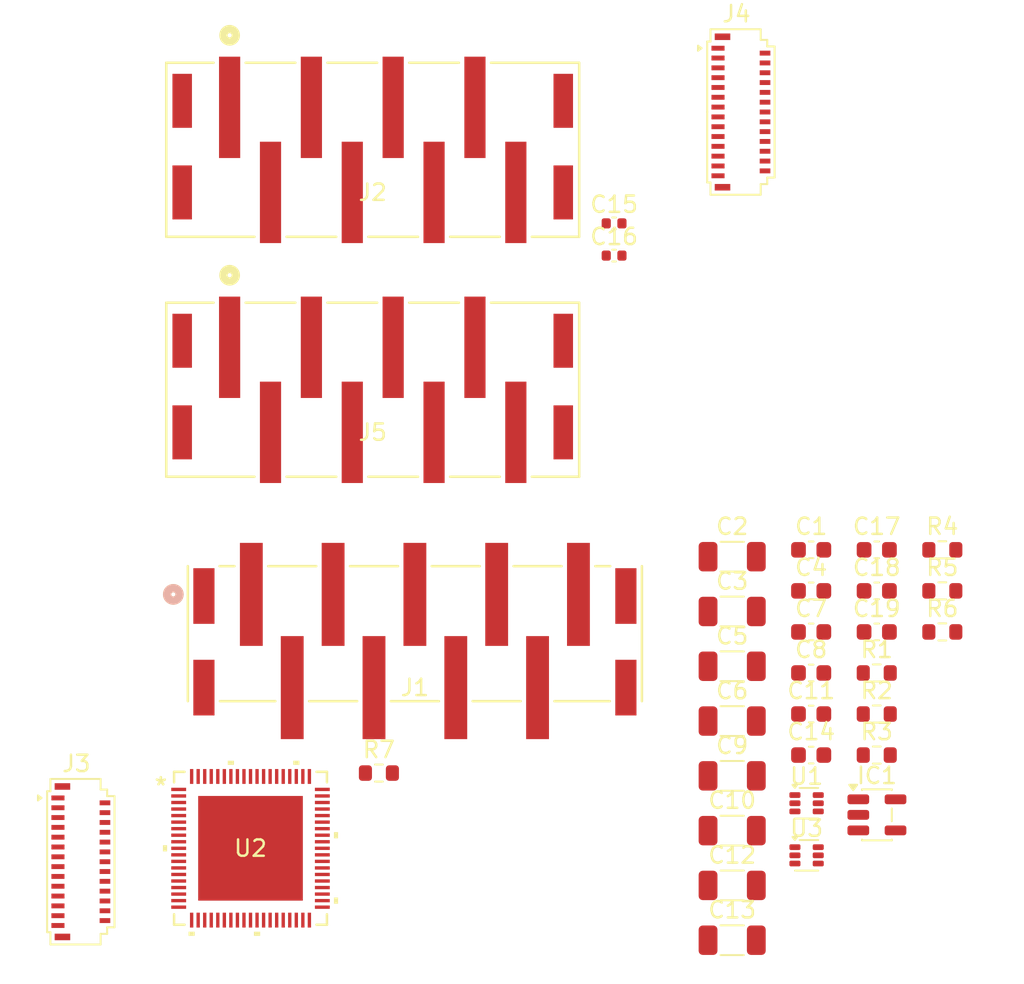
<source format=kicad_pcb>
(kicad_pcb (version 20241229) (generator "pcbnew") (generator_version "9.0")
  (layers (0 "F.Cu" signal) (4 "In1.Cu" signal) (6 "In2.Cu" signal) (2 "B.Cu" signal) (13 "F.Paste" user) (15 "B.Paste" user) (5 "F.SilkS" user "F.Silkscreen") (7 "B.SilkS" user "B.Silkscreen") (1 "F.Mask" user) (3 "B.Mask" user) (25 "Edge.Cuts" user))
  (net 0 "")
  (net 1 "Net-(U1-SW)")
  (net 2 "Net-(U1-VBST)")
  (net 3 "+12V")
  (net 4 "GND")
  (net 5 "+3V8")
  (net 6 "Net-(U1-VFB)")
  (net 7 "Net-(U3-SW)")
  (net 8 "Net-(U3-VBST)")
  (net 9 "+2V8")
  (net 10 "Net-(U3-VFB)")
  (net 11 "+3.3V")
  (net 12 "Net-(IC1-EN)")
  (net 13 "+3V3")
  (net 14 "Net-(IC1-BYP)")
  (net 15 "/SOUT")
  (net 16 "/2V8_EN")
  (net 17 "/SIN")
  (net 18 "/3V8_EN")
  (net 19 "/SCLK")
  (net 20 "/LINE1")
  (net 21 "/LINE7")
  (net 22 "/LINE6")
  (net 23 "/LINE3")
  (net 24 "/LINE5")
  (net 25 "/LINE4")
  (net 26 "/LINE2")
  (net 27 "/LINE0")
  (net 28 "/G1")
  (net 29 "/B5")
  (net 30 "/B7")
  (net 31 "/R2")
  (net 32 "/R1")
  (net 33 "/interconnect/TH1")
  (net 34 "/G2")
  (net 35 "/G5")
  (net 36 "/R5")
  (net 37 "/G4")
  (net 38 "/G3")
  (net 39 "/B0")
  (net 40 "/G0")
  (net 41 "/R7")
  (net 42 "/R4")
  (net 43 "/R3")
  (net 44 "/G7")
  (net 45 "/B3")
  (net 46 "/R0")
  (net 47 "/B6")
  (net 48 "/B2")
  (net 49 "/B1")
  (net 50 "/B4")
  (net 51 "/R6")
  (net 52 "/G6")
  (net 53 "/B10")
  (net 54 "/R10")
  (net 55 "/G8")
  (net 56 "/R9")
  (net 57 "/G13")
  (net 58 "/B12")
  (net 59 "/G14")
  (net 60 "/R14")
  (net 61 "/R15")
  (net 62 "/G12")
  (net 63 "/G15")
  (net 64 "/R12")
  (net 65 "/G11")
  (net 66 "/R13")
  (net 67 "/B8")
  (net 68 "/G9")
  (net 69 "/interconnect/TH2")
  (net 70 "/R8")
  (net 71 "/B9")
  (net 72 "/B11")
  (net 73 "/B13")
  (net 74 "/B14")
  (net 75 "/G10")
  (net 76 "/B15")
  (net 77 "/R11")
  (net 78 "/LINE13")
  (net 79 "/LINE14")
  (net 80 "/LINE10")
  (net 81 "/LINE8")
  (net 82 "/LINE9")
  (net 83 "/LINE15")
  (net 84 "/LINE11")
  (net 85 "/LINE12")
  (net 86 "Net-(U1-EN)")
  (net 87 "Net-(U3-EN)")
  (net 88 "Net-(U2-IREF)")
  (footprint "CONN_BM09B-XASS-TF_JST:CONN_BM09B-XASS-TF_JST" (layer "F.Cu") (at 137.6251 96.8553)
    (property "Reference" "J1" (at 0 3.299501 0) (layer "F.SilkS"))
    (property "Value" "Conn_01x09")
    (pad "1" smd rect (at 10.000488 -2.400501) (size 1.397 6.2992) (layers "F.Cu" "F.Mask" "F.Paste") (net 3 "+12V"))
    (pad "2" smd rect (at 7.500366 3.299501) (size 1.397 6.2992) (layers "F.Cu" "F.Mask" "F.Paste") (net 3 "+12V"))
    (pad "3" smd rect (at 5.000244 -2.400501) (size 1.397 6.2992) (layers "F.Cu" "F.Mask" "F.Paste") (net 18 "/3V8_EN"))
    (pad "4" smd rect (at 2.500122 3.299501) (size 1.397 6.2992) (layers "F.Cu" "F.Mask" "F.Paste") (net 16 "/2V8_EN"))
    (pad "5" smd rect (at 0 -2.400501) (size 1.397 6.2992) (layers "F.Cu" "F.Mask" "F.Paste") (net 19 "/SCLK"))
    (pad "6" smd rect (at -2.500122 3.299501) (size 1.397 6.2992) (layers "F.Cu" "F.Mask" "F.Paste") (net 17 "/SIN"))
    (pad "7" smd rect (at -5.000244 -2.400501) (size 1.397 6.2992) (layers "F.Cu" "F.Mask" "F.Paste") (net 15 "/SOUT"))
    (pad "8" smd rect (at -7.500366 3.299501) (size 1.397 6.2992) (layers "F.Cu" "F.Mask" "F.Paste") (net 4 "GND"))
    (pad "9" smd rect (at -10.000488 -2.400501) (size 1.397 6.2992) (layers "F.Cu" "F.Mask" "F.Paste") (net 4 "GND"))
    (pad "10" smd rect (at -12.9 3.299501) (size 1.2954 3.4036) (layers "F.Cu" "F.Mask" "F.Paste"))
    (pad "11" smd rect (at 12.9 3.299501) (size 1.2954 3.4036) (layers "F.Cu" "F.Mask" "F.Paste"))
    (pad "12" smd rect (at -12.900025 -2.300498) (size 1.2954 3.4036) (layers "F.Cu" "F.Mask" "F.Paste"))
    (pad "13" smd rect (at 12.900025 -2.300498) (size 1.2954 3.4036) (layers "F.Cu" "F.Mask" "F.Paste"))
  )
  (footprint "Resistor_SMD:R_0603_1608Metric" (layer "F.Cu") (at 165.865 104.28)
    (property "Reference" "R3" (at 0 -1.43 0) (layer "F.SilkS"))
    (property "Value" "10k")
    (pad "1" smd roundrect (at -0.825 0) (size 0.8 0.95) (layers "F.Cu" "F.Mask" "F.Paste") (net 6 "Net-(U1-VFB)"))
    (pad "2" smd roundrect (at 0.825 0) (size 0.8 0.95) (layers "F.Cu" "F.Mask" "F.Paste") (net 4 "GND"))
  )
  (footprint "Package_TO_SOT_SMD:SOT-23-5" (layer "F.Cu") (at 165.875 107.935)
    (property "Reference" "IC1" (at 0 -2.4 0) (layer "F.SilkS"))
    (property "Value" "SPX5205M5-L-3-3_TR")
    (pad "1" smd roundrect (at -1.1375 -0.95) (size 1.325 0.6) (layers "F.Cu" "F.Mask" "F.Paste") (net 12 "Net-(IC1-EN)"))
    (pad "2" smd roundrect (at -1.1375 0) (size 1.325 0.6) (layers "F.Cu" "F.Mask" "F.Paste") (net 4 "GND"))
    (pad "3" smd roundrect (at -1.1375 0.95) (size 1.325 0.6) (layers "F.Cu" "F.Mask" "F.Paste") (net 12 "Net-(IC1-EN)"))
    (pad "4" smd roundrect (at 1.1375 0.95) (size 1.325 0.6) (layers "F.Cu" "F.Mask" "F.Paste") (net 14 "Net-(IC1-BYP)"))
    (pad "5" smd roundrect (at 1.1375 -0.95) (size 1.325 0.6) (layers "F.Cu" "F.Mask" "F.Paste") (net 13 "+3V3"))
  )
  (footprint "CONN_BM08B-XASS-TF_JST:CONN_BM08B-XASS-TF_JST" (layer "F.Cu") (at 135.047 67.2707)
    (property "Reference" "J2" (at 0 2.6057 0) (layer "F.SilkS"))
    (property "Value" "Conn_01x08")
    (pad "1" smd rect (at -8.75 -2.5943) (size 1.2954 6.1976) (layers "F.Cu" "F.Mask" "F.Paste") (net 27 "/LINE0"))
    (pad "2" smd rect (at -6.25 2.6057) (size 1.2954 6.1976) (layers "F.Cu" "F.Mask" "F.Paste") (net 20 "/LINE1"))
    (pad "3" smd rect (at -3.75 -2.5943) (size 1.2954 6.1976) (layers "F.Cu" "F.Mask" "F.Paste") (net 26 "/LINE2"))
    (pad "4" smd rect (at -1.25 2.6057) (size 1.2954 6.1976) (layers "F.Cu" "F.Mask" "F.Paste") (net 23 "/LINE3"))
    (pad "5" smd rect (at 1.25 -2.5943) (size 1.2954 6.1976) (layers "F.Cu" "F.Mask" "F.Paste") (net 25 "/LINE4"))
    (pad "6" smd rect (at 3.75 2.6057) (size 1.2954 6.1976) (layers "F.Cu" "F.Mask" "F.Paste") (net 24 "/LINE5"))
    (pad "7" smd rect (at 6.25 -2.5943) (size 1.2954 6.1976) (layers "F.Cu" "F.Mask" "F.Paste") (net 22 "/LINE6"))
    (pad "8" smd rect (at 8.75 2.6057) (size 1.2954 6.1976) (layers "F.Cu" "F.Mask" "F.Paste") (net 21 "/LINE7"))
    (pad "9" smd rect (at -11.65 -2.994299) (size 1.1938 3.302) (layers "F.Cu" "F.Mask" "F.Paste"))
    (pad "10" smd rect (at 11.65 -2.994299) (size 1.1938 3.302) (layers "F.Cu" "F.Mask" "F.Paste"))
    (pad "11" smd rect (at -11.65 2.6057) (size 1.1938 3.302) (layers "F.Cu" "F.Mask" "F.Paste"))
    (pad "12" smd rect (at 11.65 2.6057) (size 1.1938 3.302) (layers "F.Cu" "F.Mask" "F.Paste"))
  )
  (footprint "Resistor_SMD:R_0603_1608Metric" (layer "F.Cu") (at 169.875 91.73)
    (property "Reference" "R4" (at 0 -1.43 0) (layer "F.SilkS"))
    (property "Value" "10k")
    (pad "1" smd roundrect (at -0.825 0) (size 0.8 0.95) (layers "F.Cu" "F.Mask" "F.Paste") (net 16 "/2V8_EN"))
    (pad "2" smd roundrect (at 0.825 0) (size 0.8 0.95) (layers "F.Cu" "F.Mask" "F.Paste") (net 87 "Net-(U3-EN)"))
  )
  (footprint "Capacitor_SMD:C_0603_1608Metric" (layer "F.Cu") (at 165.865 91.73)
    (property "Reference" "C17" (at 0 -1.43 0) (layer "F.SilkS"))
    (property "Value" "0.1uF")
    (pad "1" smd roundrect (at -0.775 0) (size 0.9 0.95) (layers "F.Cu" "F.Mask" "F.Paste") (net 12 "Net-(IC1-EN)"))
    (pad "2" smd roundrect (at 0.775 0) (size 0.9 0.95) (layers "F.Cu" "F.Mask" "F.Paste") (net 4 "GND"))
  )
  (footprint "Capacitor_SMD:C_0603_1608Metric" (layer "F.Cu") (at 161.855 91.73)
    (property "Reference" "C1" (at 0 -1.43 0) (layer "F.SilkS"))
    (property "Value" "0.1uF")
    (pad "1" smd roundrect (at -0.775 0) (size 0.9 0.95) (layers "F.Cu" "F.Mask" "F.Paste") (net 1 "Net-(U1-SW)"))
    (pad "2" smd roundrect (at 0.775 0) (size 0.9 0.95) (layers "F.Cu" "F.Mask" "F.Paste") (net 2 "Net-(U1-VBST)"))
  )
  (footprint "Package_TO_SOT_SMD:SOT-563" (layer "F.Cu") (at 161.575 107.225)
    (property "Reference" "U1" (at 0 -1.65 0) (layer "F.SilkS"))
    (property "Value" "TPS562202")
    (pad "1" smd roundrect (at -0.7125 -0.5) (size 0.675 0.35) (layers "F.Cu" "F.Mask" "F.Paste") (net 3 "+12V"))
    (pad "2" smd roundrect (at -0.7125 0) (size 0.675 0.35) (layers "F.Cu" "F.Mask" "F.Paste") (net 1 "Net-(U1-SW)"))
    (pad "3" smd roundrect (at -0.7125 0.5) (size 0.675 0.35) (layers "F.Cu" "F.Mask" "F.Paste") (net 4 "GND"))
    (pad "4" smd roundrect (at 0.7125 0.5) (size 0.675 0.35) (layers "F.Cu" "F.Mask" "F.Paste") (net 2 "Net-(U1-VBST)"))
    (pad "5" smd roundrect (at 0.7125 0) (size 0.675 0.35) (layers "F.Cu" "F.Mask" "F.Paste") (net 86 "Net-(U1-EN)"))
    (pad "6" smd roundrect (at 0.7125 -0.5) (size 0.675 0.35) (layers "F.Cu" "F.Mask" "F.Paste") (net 6 "Net-(U1-VFB)"))
  )
  (footprint "Capacitor_SMD:C_1206_3216Metric" (layer "F.Cu") (at 157.025 92.15)
    (property "Reference" "C2" (at 0 -1.85 0) (layer "F.SilkS"))
    (property "Value" "10uF")
    (pad "1" smd roundrect (at -1.475 0) (size 1.15 1.8) (layers "F.Cu" "F.Mask" "F.Paste") (roundrect_rratio 0.217391) (net 3 "+12V"))
    (pad "2" smd roundrect (at 1.475 0) (size 1.15 1.8) (layers "F.Cu" "F.Mask" "F.Paste") (roundrect_rratio 0.217391) (net 4 "GND"))
  )
  (footprint "Resistor_SMD:R_0603_1608Metric" (layer "F.Cu") (at 169.875 96.75)
    (property "Reference" "R6" (at 0 -1.43 0) (layer "F.SilkS"))
    (property "Value" "10k")
    (pad "1" smd roundrect (at -0.825 0) (size 0.8 0.95) (layers "F.Cu" "F.Mask" "F.Paste") (net 10 "Net-(U3-VFB)"))
    (pad "2" smd roundrect (at 0.825 0) (size 0.8 0.95) (layers "F.Cu" "F.Mask" "F.Paste") (net 4 "GND"))
  )
  (footprint "Capacitor_SMD:C_0402_1005Metric" (layer "F.Cu") (at 149.805 71.77)
    (property "Reference" "C15" (at 0 -1.16 0) (layer "F.SilkS"))
    (property "Value" "0.1uF")
    (pad "1" smd roundrect (at -0.48 0) (size 0.56 0.62) (layers "F.Cu" "F.Mask" "F.Paste") (net 11 "+3.3V"))
    (pad "2" smd roundrect (at 0.48 0) (size 0.56 0.62) (layers "F.Cu" "F.Mask" "F.Paste") (net 4 "GND"))
  )
  (footprint "Capacitor_SMD:C_0603_1608Metric" (layer "F.Cu") (at 161.855 94.24)
    (property "Reference" "C4" (at 0 -1.43 0) (layer "F.SilkS"))
    (property "Value" "0.1uF")
    (pad "1" smd roundrect (at -0.775 0) (size 0.9 0.95) (layers "F.Cu" "F.Mask" "F.Paste") (net 3 "+12V"))
    (pad "2" smd roundrect (at 0.775 0) (size 0.9 0.95) (layers "F.Cu" "F.Mask" "F.Paste") (net 4 "GND"))
  )
  (footprint "Connector_FFC-FPC:Hirose_FH26-27S-0.3SHW_2Rows-27Pins-1MP_P0.60mm_Horizontal" (layer "F.Cu") (at 117.2 110.8)
    (property "Reference" "J3" (at -0.27 -6 0) (layer "F.SilkS"))
    (property "Value" "Conn_01x27")
    (pad "1" smd rect (at -1.4 -3.9) (size 0.8 0.3) (layers "F.Cu" "F.Mask" "F.Paste") (net 46 "/R0"))
    (pad "2" smd rect (at 1.475 -3.6) (size 0.65 0.3) (layers "F.Cu" "F.Mask" "F.Paste") (net 40 "/G0"))
    (pad "3" smd rect (at -1.4 -3.3) (size 0.8 0.3) (layers "F.Cu" "F.Mask" "F.Paste") (net 39 "/B0"))
    (pad "4" smd rect (at 1.475 -3) (size 0.65 0.3) (layers "F.Cu" "F.Mask" "F.Paste") (net 32 "/R1"))
    (pad "5" smd rect (at -1.4 -2.7) (size 0.8 0.3) (layers "F.Cu" "F.Mask" "F.Paste") (net 28 "/G1"))
    (pad "6" smd rect (at 1.475 -2.4) (size 0.65 0.3) (layers "F.Cu" "F.Mask" "F.Paste") (net 49 "/B1"))
    (pad "7" smd rect (at -1.4 -2.1) (size 0.8 0.3) (layers "F.Cu" "F.Mask" "F.Paste") (net 31 "/R2"))
    (pad "8" smd rect (at 1.475 -1.8) (size 0.65 0.3) (layers "F.Cu" "F.Mask" "F.Paste") (net 34 "/G2"))
    (pad "9" smd rect (at -1.4 -1.5) (size 0.8 0.3) (layers "F.Cu" "F.Mask" "F.Paste") (net 48 "/B2"))
    (pad "10" smd rect (at 1.475 -1.2) (size 0.65 0.3) (layers "F.Cu" "F.Mask" "F.Paste") (net 43 "/R3"))
    (pad "11" smd rect (at -1.4 -0.9) (size 0.8 0.3) (layers "F.Cu" "F.Mask" "F.Paste") (net 38 "/G3"))
    (pad "12" smd rect (at 1.475 -0.6) (size 0.65 0.3) (layers "F.Cu" "F.Mask" "F.Paste") (net 45 "/B3"))
    (pad "13" smd rect (at -1.4 -0.3) (size 0.8 0.3) (layers "F.Cu" "F.Mask" "F.Paste") (net 42 "/R4"))
    (pad "14" smd rect (at 1.475 0) (size 0.65 0.3) (layers "F.Cu" "F.Mask" "F.Paste") (net 37 "/G4"))
    (pad "15" smd rect (at -1.4 0.3) (size 0.8 0.3) (layers "F.Cu" "F.Mask" "F.Paste") (net 50 "/B4"))
    (pad "16" smd rect (at 1.475 0.6) (size 0.65 0.3) (layers "F.Cu" "F.Mask" "F.Paste") (net 36 "/R5"))
    (pad "17" smd rect (at -1.4 0.9) (size 0.8 0.3) (layers "F.Cu" "F.Mask" "F.Paste") (net 35 "/G5"))
    (pad "18" smd rect (at 1.475 1.2) (size 0.65 0.3) (layers "F.Cu" "F.Mask" "F.Paste") (net 29 "/B5"))
    (pad "19" smd rect (at -1.4 1.5) (size 0.8 0.3) (layers "F.Cu" "F.Mask" "F.Paste") (net 51 "/R6"))
    (pad "20" smd rect (at 1.475 1.8) (size 0.65 0.3) (layers "F.Cu" "F.Mask" "F.Paste") (net 52 "/G6"))
    (pad "21" smd rect (at -1.4 2.1) (size 0.8 0.3) (layers "F.Cu" "F.Mask" "F.Paste") (net 47 "/B6"))
    (pad "22" smd rect (at 1.475 2.4) (size 0.65 0.3) (layers "F.Cu" "F.Mask" "F.Paste") (net 41 "/R7"))
    (pad "23" smd rect (at -1.4 2.7) (size 0.8 0.3) (layers "F.Cu" "F.Mask" "F.Paste") (net 44 "/G7"))
    (pad "24" smd rect (at 1.475 3) (size 0.65 0.3) (layers "F.Cu" "F.Mask" "F.Paste") (net 30 "/B7"))
    (pad "25" smd rect (at -1.4 3.3) (size 0.8 0.3) (layers "F.Cu" "F.Mask" "F.Paste") (net 11 "+3.3V"))
    (pad "26" smd rect (at 1.475 3.6) (size 0.65 0.3) (layers "F.Cu" "F.Mask" "F.Paste") (net 33 "/interconnect/TH1"))
    (pad "27" smd rect (at -1.4 3.9) (size 0.8 0.3) (layers "F.Cu" "F.Mask" "F.Paste") (net 4 "GND"))
    (pad "MP" smd rect (at -1.125 -4.6) (size 0.95 0.4) (layers "F.Cu" "F.Mask" "F.Paste"))
    (pad "MP" smd rect (at -1.125 4.6) (size 0.95 0.4) (layers "F.Cu" "F.Mask" "F.Paste"))
  )
  (footprint "CONN_BM08B-XASS-TF_JST:CONN_BM08B-XASS-TF_JST" (layer "F.Cu") (at 135.047 81.9411)
    (property "Reference" "J5" (at 0 2.6057 0) (layer "F.SilkS"))
    (property "Value" "Conn_01x08")
    (pad "1" smd rect (at -8.75 -2.5943) (size 1.2954 6.1976) (layers "F.Cu" "F.Mask" "F.Paste") (net 81 "/LINE8"))
    (pad "2" smd rect (at -6.25 2.6057) (size 1.2954 6.1976) (layers "F.Cu" "F.Mask" "F.Paste") (net 82 "/LINE9"))
    (pad "3" smd rect (at -3.75 -2.5943) (size 1.2954 6.1976) (layers "F.Cu" "F.Mask" "F.Paste") (net 80 "/LINE10"))
    (pad "4" smd rect (at -1.25 2.6057) (size 1.2954 6.1976) (layers "F.Cu" "F.Mask" "F.Paste") (net 84 "/LINE11"))
    (pad "5" smd rect (at 1.25 -2.5943) (size 1.2954 6.1976) (layers "F.Cu" "F.Mask" "F.Paste") (net 85 "/LINE12"))
    (pad "6" smd rect (at 3.75 2.6057) (size 1.2954 6.1976) (layers "F.Cu" "F.Mask" "F.Paste") (net 78 "/LINE13"))
    (pad "7" smd rect (at 6.25 -2.5943) (size 1.2954 6.1976) (layers "F.Cu" "F.Mask" "F.Paste") (net 79 "/LINE14"))
    (pad "8" smd rect (at 8.75 2.6057) (size 1.2954 6.1976) (layers "F.Cu" "F.Mask" "F.Paste") (net 83 "/LINE15"))
    (pad "9" smd rect (at -11.65 -2.994299) (size 1.1938 3.302) (layers "F.Cu" "F.Mask" "F.Paste"))
    (pad "10" smd rect (at 11.65 -2.994299) (size 1.1938 3.302) (layers "F.Cu" "F.Mask" "F.Paste"))
    (pad "11" smd rect (at -11.65 2.6057) (size 1.1938 3.302) (layers "F.Cu" "F.Mask" "F.Paste"))
    (pad "12" smd rect (at 11.65 2.6057) (size 1.1938 3.302) (layers "F.Cu" "F.Mask" "F.Paste"))
  )
  (footprint "Capacitor_SMD:C_1206_3216Metric" (layer "F.Cu") (at 157.025 115.6)
    (property "Reference" "C13" (at 0 -1.85 0) (layer "F.SilkS"))
    (property "Value" "22uF")
    (pad "1" smd roundrect (at -1.475 0) (size 1.15 1.8) (layers "F.Cu" "F.Mask" "F.Paste") (roundrect_rratio 0.217391) (net 4 "GND"))
    (pad "2" smd roundrect (at 1.475 0) (size 1.15 1.8) (layers "F.Cu" "F.Mask" "F.Paste") (roundrect_rratio 0.217391) (net 9 "+2V8"))
  )
  (footprint "Capacitor_SMD:C_1206_3216Metric" (layer "F.Cu") (at 157.025 95.5)
    (property "Reference" "C3" (at 0 -1.85 0) (layer "F.SilkS"))
    (property "Value" "10uF")
    (pad "1" smd roundrect (at -1.475 0) (size 1.15 1.8) (layers "F.Cu" "F.Mask" "F.Paste") (roundrect_rratio 0.217391) (net 3 "+12V"))
    (pad "2" smd roundrect (at 1.475 0) (size 1.15 1.8) (layers "F.Cu" "F.Mask" "F.Paste") (roundrect_rratio 0.217391) (net 4 "GND"))
  )
  (footprint "Resistor_SMD:R_0603_1608Metric" (layer "F.Cu") (at 165.865 101.77)
    (property "Reference" "R2" (at 0 -1.43 0) (layer "F.SilkS"))
    (property "Value" "37.4k")
    (pad "1" smd roundrect (at -0.825 0) (size 0.8 0.95) (layers "F.Cu" "F.Mask" "F.Paste") (net 5 "+3V8"))
    (pad "2" smd roundrect (at 0.825 0) (size 0.8 0.95) (layers "F.Cu" "F.Mask" "F.Paste") (net 6 "Net-(U1-VFB)"))
  )
  (footprint "Capacitor_SMD:C_0603_1608Metric" (layer "F.Cu") (at 161.855 104.28)
    (property "Reference" "C14" (at 0 -1.43 0) (layer "F.SilkS"))
    (property "Value" "10nF")
    (pad "1" smd roundrect (at -0.775 0) (size 0.9 0.95) (layers "F.Cu" "F.Mask" "F.Paste") (net 4 "GND"))
    (pad "2" smd roundrect (at 0.775 0) (size 0.9 0.95) (layers "F.Cu" "F.Mask" "F.Paste") (net 10 "Net-(U3-VFB)"))
  )
  (footprint "Capacitor_SMD:C_0603_1608Metric" (layer "F.Cu") (at 165.865 96.75)
    (property "Reference" "C19" (at 0 -1.43 0) (layer "F.SilkS"))
    (property "Value" "10nF")
    (pad "1" smd roundrect (at -0.775 0) (size 0.9 0.95) (layers "F.Cu" "F.Mask" "F.Paste") (net 14 "Net-(IC1-BYP)"))
    (pad "2" smd roundrect (at 0.775 0) (size 0.9 0.95) (layers "F.Cu" "F.Mask" "F.Paste") (net 4 "GND"))
  )
  (footprint "Capacitor_SMD:C_0603_1608Metric" (layer "F.Cu") (at 161.855 101.77)
    (property "Reference" "C11" (at 0 -1.43 0) (layer "F.SilkS"))
    (property "Value" "0.1uF")
    (pad "1" smd roundrect (at -0.775 0) (size 0.9 0.95) (layers "F.Cu" "F.Mask" "F.Paste") (net 3 "+12V"))
    (pad "2" smd roundrect (at 0.775 0) (size 0.9 0.95) (layers "F.Cu" "F.Mask" "F.Paste") (net 4 "GND"))
  )
  (footprint "Capacitor_SMD:C_1206_3216Metric" (layer "F.Cu") (at 157.025 112.25)
    (property "Reference" "C12" (at 0 -1.85 0) (layer "F.SilkS"))
    (property "Value" "22uF")
    (pad "1" smd roundrect (at -1.475 0) (size 1.15 1.8) (layers "F.Cu" "F.Mask" "F.Paste") (roundrect_rratio 0.217391) (net 4 "GND"))
    (pad "2" smd roundrect (at 1.475 0) (size 1.15 1.8) (layers "F.Cu" "F.Mask" "F.Paste") (roundrect_rratio 0.217391) (net 9 "+2V8"))
  )
  (footprint "Capacitor_SMD:C_0603_1608Metric" (layer "F.Cu") (at 161.855 96.75)
    (property "Reference" "C7" (at 0 -1.43 0) (layer "F.SilkS"))
    (property "Value" "10nF")
    (pad "1" smd roundrect (at -0.775 0) (size 0.9 0.95) (layers "F.Cu" "F.Mask" "F.Paste") (net 4 "GND"))
    (pad "2" smd roundrect (at 0.775 0) (size 0.9 0.95) (layers "F.Cu" "F.Mask" "F.Paste") (net 6 "Net-(U1-VFB)"))
  )
  (footprint "Resistor_SMD:R_0603_1608Metric" (layer "F.Cu") (at 165.865 99.26)
    (property "Reference" "R1" (at 0 -1.43 0) (layer "F.SilkS"))
    (property "Value" "10k")
    (pad "1" smd roundrect (at -0.825 0) (size 0.8 0.95) (layers "F.Cu" "F.Mask" "F.Paste") (net 18 "/3V8_EN"))
    (pad "2" smd roundrect (at 0.825 0) (size 0.8 0.95) (layers "F.Cu" "F.Mask" "F.Paste") (net 86 "Net-(U1-EN)"))
  )
  (footprint "Resistor_SMD:R_0603_1608Metric" (layer "F.Cu") (at 135.425 105.38)
    (property "Reference" "R7" (at 0 -1.43 0) (layer "F.SilkS"))
    (property "Value" "R")
    (pad "1" smd roundrect (at -0.825 0) (size 0.8 0.95) (layers "F.Cu" "F.Mask" "F.Paste") (net 88 "Net-(U2-IREF)"))
    (pad "2" smd roundrect (at 0.825 0) (size 0.8 0.95) (layers "F.Cu" "F.Mask" "F.Paste") (net 4 "GND"))
  )
  (footprint "ul_LP5891MRRFR:VQFN76_RRF_TEX" (layer "F.Cu") (at 127.574599 109.979599)
    (property "Reference" "U2" (at 0 0 0) (layer "F.SilkS"))
    (property "Value" "LP5891MRRFR")
    (fp_text user "*" (at -5.4816 -3.799999 0) (layer "F.SilkS"))
    (fp_text user "*" (at -5.4816 -3.799999 0) (layer "F.SilkS"))
    (pad "1" smd rect (at -4.3918 -3.6 90) (size 0.204 0.909599) (layers "F.Cu" "F.Mask" "F.Paste") (net 46 "/R0"))
    (pad "2" smd rect (at -4.3918 -3.199999 90) (size 0.204 0.909599) (layers "F.Cu" "F.Mask" "F.Paste") (net 40 "/G0"))
    (pad "3" smd rect (at -4.3918 -2.799999 90) (size 0.204 0.909599) (layers "F.Cu" "F.Mask" "F.Paste") (net 39 "/B0"))
    (pad "4" smd rect (at -4.3918 -2.4 90) (size 0.204 0.909599) (layers "F.Cu" "F.Mask" "F.Paste") (net 32 "/R1"))
    (pad "5" smd rect (at -4.3918 -1.999999 90) (size 0.204 0.909599) (layers "F.Cu" "F.Mask" "F.Paste") (net 28 "/G1"))
    (pad "6" smd rect (at -4.3918 -1.599999 90) (size 0.204 0.909599) (layers "F.Cu" "F.Mask" "F.Paste") (net 49 "/B1"))
    (pad "7" smd rect (at -4.3918 -1.2 90) (size 0.204 0.909599) (layers "F.Cu" "F.Mask" "F.Paste") (net 4 "GND"))
    (pad "8" smd rect (at -4.3918 -0.800001 90) (size 0.204 0.909599) (layers "F.Cu" "F.Mask" "F.Paste") (net 13 "+3V3"))
    (pad "9" smd rect (at -4.3918 -0.399999 90) (size 0.204 0.909599) (layers "F.Cu" "F.Mask" "F.Paste") (net 9 "+2V8"))
    (pad "10" smd rect (at -4.3918 0 90) (size 0.204 0.909599) (layers "F.Cu" "F.Mask" "F.Paste") (net 9 "+2V8"))
    (pad "11" smd rect (at -4.3918 0.399999 90) (size 0.204 0.909599) (layers "F.Cu" "F.Mask" "F.Paste") (net 31 "/R2"))
    (pad "12" smd rect (at -4.3918 0.800001 90) (size 0.204 0.909599) (layers "F.Cu" "F.Mask" "F.Paste") (net 34 "/G2"))
    (pad "13" smd rect (at -4.3918 1.2 90) (size 0.204 0.909599) (layers "F.Cu" "F.Mask" "F.Paste") (net 48 "/B2"))
    (pad "14" smd rect (at -4.3918 1.599999 90) (size 0.204 0.909599) (layers "F.Cu" "F.Mask" "F.Paste") (net 43 "/R3"))
    (pad "15" smd rect (at -4.3918 1.999999 90) (size 0.204 0.909599) (layers "F.Cu" "F.Mask" "F.Paste") (net 38 "/G3"))
    (pad "16" smd rect (at -4.3918 2.4 90) (size 0.204 0.909599) (layers "F.Cu" "F.Mask" "F.Paste") (net 45 "/B3"))
    (pad "17" smd rect (at -4.3918 2.799999 90) (size 0.204 0.909599) (layers "F.Cu" "F.Mask" "F.Paste") (net 42 "/R4"))
    (pad "18" smd rect (at -4.3918 3.199999 90) (size 0.204 0.909599) (layers "F.Cu" "F.Mask" "F.Paste") (net 37 "/G4"))
    (pad "19" smd rect (at -4.3918 3.6 90) (size 0.204 0.909599) (layers "F.Cu" "F.Mask" "F.Paste") (net 50 "/B4"))
    (pad "20" smd rect (at -3.6 4.3918) (size 0.204 0.909599) (layers "F.Cu" "F.Mask" "F.Paste") (net 88 "Net-(U2-IREF)"))
    (pad "21" smd rect (at -3.199999 4.3918) (size 0.204 0.909599) (layers "F.Cu" "F.Mask" "F.Paste") (net 36 "/R5"))
    (pad "22" smd rect (at -2.799999 4.3918) (size 0.204 0.909599) (layers "F.Cu" "F.Mask" "F.Paste") (net 35 "/G5"))
    (pad "23" smd rect (at -2.4 4.3918) (size 0.204 0.909599) (layers "F.Cu" "F.Mask" "F.Paste") (net 29 "/B5"))
    (pad "24" smd rect (at -2.000001 4.3918) (size 0.204 0.909599) (layers "F.Cu" "F.Mask" "F.Paste") (net 51 "/R6"))
    (pad "25" smd rect (at -1.599999 4.3918) (size 0.204 0.909599) (layers "F.Cu" "F.Mask" "F.Paste") (net 52 "/G6"))
    (pad "26" smd rect (at -1.2 4.3918) (size 0.204 0.909599) (layers "F.Cu" "F.Mask" "F.Paste") (net 47 "/B6"))
    (pad "27" smd rect (at -0.800001 4.3918) (size 0.204 0.909599) (layers "F.Cu" "F.Mask" "F.Paste") (net 41 "/R7"))
    (pad "28" smd rect (at -0.399999 4.3918) (size 0.204 0.909599) (layers "F.Cu" "F.Mask" "F.Paste") (net 44 "/G7"))
    (pad "29" smd rect (at 0 4.3918) (size 0.204 0.909599) (layers "F.Cu" "F.Mask" "F.Paste") (net 30 "/B7"))
    (pad "30" smd rect (at 0.399999 4.3918) (size 0.204 0.909599) (layers "F.Cu" "F.Mask" "F.Paste") (net 67 "/B8"))
    (pad "31" smd rect (at 0.800001 4.3918) (size 0.204 0.909599) (layers "F.Cu" "F.Mask" "F.Paste") (net 55 "/G8"))
    (pad "32" smd rect (at 1.2 4.3918) (size 0.204 0.909599) (layers "F.Cu" "F.Mask" "F.Paste") (net 70 "/R8"))
    (pad "33" smd rect (at 1.599999 4.3918) (size 0.204 0.909599) (layers "F.Cu" "F.Mask" "F.Paste") (net 71 "/B9"))
    (pad "34" smd rect (at 1.999999 4.3918) (size 0.204 0.909599) (layers "F.Cu" "F.Mask" "F.Paste") (net 68 "/G9"))
    (pad "35" smd rect (at 2.4 4.3918) (size 0.204 0.909599) (layers "F.Cu" "F.Mask" "F.Paste") (net 56 "/R9"))
    (pad "36" smd rect (at 2.799999 4.3918) (size 0.204 0.909599) (layers "F.Cu" "F.Mask" "F.Paste") (net 53 "/B10"))
    (pad "37" smd rect (at 3.199999 4.3918) (size 0.204 0.909599) (layers "F.Cu" "F.Mask" "F.Paste") (net 75 "/G10"))
    (pad "38" smd rect (at 3.6 4.3918) (size 0.204 0.909599) (layers "F.Cu" "F.Mask" "F.Paste") (net 54 "/R10"))
    (pad "39" smd rect (at 4.3918 3.6 90) (size 0.204 0.909599) (layers "F.Cu" "F.Mask" "F.Paste") (net 72 "/B11"))
    (pad "40" smd rect (at 4.3918 3.199999 90) (size 0.204 0.909599) (layers "F.Cu" "F.Mask" "F.Paste") (net 65 "/G11"))
    (pad "41" smd rect (at 4.3918 2.799999 90) (size 0.204 0.909599) (layers "F.Cu" "F.Mask" "F.Paste") (net 77 "/R11"))
    (pad "42" smd rect (at 4.3918 2.4 90) (size 0.204 0.909599) (layers "F.Cu" "F.Mask" "F.Paste") (net 58 "/B12"))
    (pad "43" smd rect (at 4.3918 2.000001 90) (size 0.204 0.909599) (layers "F.Cu" "F.Mask" "F.Paste") (net 62 "/G12"))
    (pad "44" smd rect (at 4.3918 1.599999 90) (size 0.204 0.909599) (layers "F.Cu" "F.Mask" "F.Paste") (net 64 "/R12"))
    (pad "45" smd rect (at 4.3918 1.2 90) (size 0.204 0.909599) (layers "F.Cu" "F.Mask" "F.Paste") (net 73 "/B13"))
    (pad "46" smd rect (at 4.3918 0.800001 90) (size 0.204 0.909599) (layers "F.Cu" "F.Mask" "F.Paste") (net 57 "/G13"))
    (pad "47" smd rect (at 4.3918 0.399999 90) (size 0.204 0.909599) (layers "F.Cu" "F.Mask" "F.Paste") (net 66 "/R13"))
    (pad "48" smd rect (at 4.3918 0 90) (size 0.204 0.909599) (layers "F.Cu" "F.Mask" "F.Paste") (net 5 "+3V8"))
    (pad "49" smd rect (at 4.3918 -0.399999 90) (size 0.204 0.909599) (layers "F.Cu" "F.Mask" "F.Paste") (net 5 "+3V8"))
    (pad "50" smd rect (at 4.3918 -0.800001 90) (size 0.204 0.909599) (layers "F.Cu" "F.Mask" "F.Paste") (net 5 "+3V8"))
    (pad "51" smd rect (at 4.3918 -1.2 90) (size 0.204 0.909599) (layers "F.Cu" "F.Mask" "F.Paste") (net 5 "+3V8"))
    (pad "52" smd rect (at 4.3918 -1.599999 90) (size 0.204 0.909599) (layers "F.Cu" "F.Mask" "F.Paste") (net 74 "/B14"))
    (pad "53" smd rect (at 4.3918 -1.999999 90) (size 0.204 0.909599) (layers "F.Cu" "F.Mask" "F.Paste") (net 59 "/G14"))
    (pad "54" smd rect (at 4.3918 -2.4 90) (size 0.204 0.909599) (layers "F.Cu" "F.Mask" "F.Paste") (net 60 "/R14"))
    (pad "55" smd rect (at 4.3918 -2.799999 90) (size 0.204 0.909599) (layers "F.Cu" "F.Mask" "F.Paste") (net 76 "/B15"))
    (pad "56" smd rect (at 4.3918 -3.199999 90) (size 0.204 0.909599) (layers "F.Cu" "F.Mask" "F.Paste") (net 63 "/G15"))
    (pad "57" smd rect (at 4.3918 -3.6 90) (size 0.204 0.909599) (layers "F.Cu" "F.Mask" "F.Paste") (net 61 "/R15"))
    (pad "58" smd rect (at 3.6 -4.3918) (size 0.204 0.909599) (layers "F.Cu" "F.Mask" "F.Paste") (net 15 "/SOUT"))
    (pad "59" smd rect (at 3.199999 -4.3918) (size 0.204 0.909599) (layers "F.Cu" "F.Mask" "F.Paste") (net 17 "/SIN"))
    (pad "60" smd rect (at 2.799999 -4.3918) (size 0.204 0.909599) (layers "F.Cu" "F.Mask" "F.Paste") (net 19 "/SCLK"))
    (pad "61" smd rect (at 2.4 -4.3918) (size 0.204 0.909599) (layers "F.Cu" "F.Mask" "F.Paste") (net 83 "/LINE15"))
    (pad "62" smd rect (at 2.000001 -4.3918) (size 0.204 0.909599) (layers "F.Cu" "F.Mask" "F.Paste") (net 79 "/LINE14"))
    (pad "63" smd rect (at 1.599999 -4.3918) (size 0.204 0.909599) (layers "F.Cu" "F.Mask" "F.Paste") (net 78 "/LINE13"))
    (pad "64" smd rect (at 1.2 -4.3918) (size 0.204 0.909599) (layers "F.Cu" "F.Mask" "F.Paste") (net 85 "/LINE12"))
    (pad "65" smd rect (at 0.800001 -4.3918) (size 0.204 0.909599) (layers "F.Cu" "F.Mask" "F.Paste") (net 84 "/LINE11"))
    (pad "66" smd rect (at 0.399999 -4.3918) (size 0.204 0.909599) (layers "F.Cu" "F.Mask" "F.Paste") (net 80 "/LINE10"))
    (pad "67" smd rect (at 0 -4.3918) (size 0.204 0.909599) (layers "F.Cu" "F.Mask" "F.Paste") (net 82 "/LINE9"))
    (pad "68" smd rect (at -0.399999 -4.3918) (size 0.204 0.909599) (layers "F.Cu" "F.Mask" "F.Paste") (net 81 "/LINE8"))
    (pad "69" smd rect (at -0.800001 -4.3918) (size 0.204 0.909599) (layers "F.Cu" "F.Mask" "F.Paste") (net 21 "/LINE7"))
    (pad "70" smd rect (at -1.2 -4.3918) (size 0.204 0.909599) (layers "F.Cu" "F.Mask" "F.Paste") (net 22 "/LINE6"))
    (pad "71" smd rect (at -1.599999 -4.3918) (size 0.204 0.909599) (layers "F.Cu" "F.Mask" "F.Paste") (net 24 "/LINE5"))
    (pad "72" smd rect (at -1.999999 -4.3918) (size 0.204 0.909599) (layers "F.Cu" "F.Mask" "F.Paste") (net 25 "/LINE4"))
    (pad "73" smd rect (at -2.4 -4.3918) (size 0.204 0.909599) (layers "F.Cu" "F.Mask" "F.Paste") (net 23 "/LINE3"))
    (pad "74" smd rect (at -2.799999 -4.3918) (size 0.204 0.909599) (layers "F.Cu" "F.Mask" "F.Paste") (net 26 "/LINE2"))
    (pad "75" smd rect (at -3.199999 -4.3918) (size 0.204 0.909599) (layers "F.Cu" "F.Mask" "F.Paste") (net 20 "/LINE1"))
    (pad "76" smd rect (at -3.6 -4.3918) (size 0.204 0.909599) (layers "F.Cu" "F.Mask" "F.Paste") (net 27 "/LINE0"))
    (pad "77" smd rect (at 0 0) (size 6.4008 6.4008) (layers "F.Cu" "F.Mask" "F.Paste") (net 4 "GND"))
  )
  (footprint "Package_TO_SOT_SMD:SOT-563" (layer "F.Cu") (at 161.575 110.41)
    (property "Reference" "U3" (at 0 -1.65 0) (layer "F.SilkS"))
    (property "Value" "TPS562202")
    (pad "1" smd roundrect (at -0.7125 -0.5) (size 0.675 0.35) (layers "F.Cu" "F.Mask" "F.Paste") (net 3 "+12V"))
    (pad "2" smd roundrect (at -0.7125 0) (size 0.675 0.35) (layers "F.Cu" "F.Mask" "F.Paste") (net 7 "Net-(U3-SW)"))
    (pad "3" smd roundrect (at -0.7125 0.5) (size 0.675 0.35) (layers "F.Cu" "F.Mask" "F.Paste") (net 4 "GND"))
    (pad "4" smd roundrect (at 0.7125 0.5) (size 0.675 0.35) (layers "F.Cu" "F.Mask" "F.Paste") (net 8 "Net-(U3-VBST)"))
    (pad "5" smd roundrect (at 0.7125 0) (size 0.675 0.35) (layers "F.Cu" "F.Mask" "F.Paste") (net 87 "Net-(U3-EN)"))
    (pad "6" smd roundrect (at 0.7125 -0.5) (size 0.675 0.35) (layers "F.Cu" "F.Mask" "F.Paste") (net 10 "Net-(U3-VFB)"))
  )
  (footprint "Capacitor_SMD:C_0402_1005Metric" (layer "F.Cu") (at 149.805 73.74)
    (property "Reference" "C16" (at 0 -1.16 0) (layer "F.SilkS"))
    (property "Value" "0.1uF")
    (pad "1" smd roundrect (at -0.48 0) (size 0.56 0.62) (layers "F.Cu" "F.Mask" "F.Paste") (net 11 "+3.3V"))
    (pad "2" smd roundrect (at 0.48 0) (size 0.56 0.62) (layers "F.Cu" "F.Mask" "F.Paste") (net 4 "GND"))
  )
  (footprint "Capacitor_SMD:C_1206_3216Metric" (layer "F.Cu") (at 157.025 102.2)
    (property "Reference" "C6" (at 0 -1.85 0) (layer "F.SilkS"))
    (property "Value" "22uF")
    (pad "1" smd roundrect (at -1.475 0) (size 1.15 1.8) (layers "F.Cu" "F.Mask" "F.Paste") (roundrect_rratio 0.217391) (net 4 "GND"))
    (pad "2" smd roundrect (at 1.475 0) (size 1.15 1.8) (layers "F.Cu" "F.Mask" "F.Paste") (roundrect_rratio 0.217391) (net 5 "+3V8"))
  )
  (footprint "Capacitor_SMD:C_0603_1608Metric" (layer "F.Cu") (at 165.865 94.24)
    (property "Reference" "C18" (at 0 -1.43 0) (layer "F.SilkS"))
    (property "Value" "0.1uF")
    (pad "1" smd roundrect (at -0.775 0) (size 0.9 0.95) (layers "F.Cu" "F.Mask" "F.Paste") (net 13 "+3V3"))
    (pad "2" smd roundrect (at 0.775 0) (size 0.9 0.95) (layers "F.Cu" "F.Mask" "F.Paste") (net 4 "GND"))
  )
  (footprint "Connector_FFC-FPC:Hirose_FH26-27S-0.3SHW_2Rows-27Pins-1MP_P0.60mm_Horizontal" (layer "F.Cu") (at 157.559264 64.96)
    (property "Reference" "J4" (at -0.27 -6 0) (layer "F.SilkS"))
    (property "Value" "Conn_01x27")
    (pad "1" smd rect (at -1.4 -3.9) (size 0.8 0.3) (layers "F.Cu" "F.Mask" "F.Paste") (net 70 "/R8"))
    (pad "2" smd rect (at 1.475 -3.6) (size 0.65 0.3) (layers "F.Cu" "F.Mask" "F.Paste") (net 55 "/G8"))
    (pad "3" smd rect (at -1.4 -3.3) (size 0.8 0.3) (layers "F.Cu" "F.Mask" "F.Paste") (net 67 "/B8"))
    (pad "4" smd rect (at 1.475 -3) (size 0.65 0.3) (layers "F.Cu" "F.Mask" "F.Paste") (net 56 "/R9"))
    (pad "5" smd rect (at -1.4 -2.7) (size 0.8 0.3) (layers "F.Cu" "F.Mask" "F.Paste") (net 68 "/G9"))
    (pad "6" smd rect (at 1.475 -2.4) (size 0.65 0.3) (layers "F.Cu" "F.Mask" "F.Paste") (net 71 "/B9"))
    (pad "7" smd rect (at -1.4 -2.1) (size 0.8 0.3) (layers "F.Cu" "F.Mask" "F.Paste") (net 54 "/R10"))
    (pad "8" smd rect (at 1.475 -1.8) (size 0.65 0.3) (layers "F.Cu" "F.Mask" "F.Paste") (net 75 "/G10"))
    (pad "9" smd rect (at -1.4 -1.5) (size 0.8 0.3) (layers "F.Cu" "F.Mask" "F.Paste") (net 53 "/B10"))
    (pad "10" smd rect (at 1.475 -1.2) (size 0.65 0.3) (layers "F.Cu" "F.Mask" "F.Paste") (net 77 "/R11"))
    (pad "11" smd rect (at -1.4 -0.9) (size 0.8 0.3) (layers "F.Cu" "F.Mask" "F.Paste") (net 65 "/G11"))
    (pad "12" smd rect (at 1.475 -0.6) (size 0.65 0.3) (layers "F.Cu" "F.Mask" "F.Paste") (net 72 "/B11"))
    (pad "13" smd rect (at -1.4 -0.3) (size 0.8 0.3) (layers "F.Cu" "F.Mask" "F.Paste") (net 64 "/R12"))
    (pad "14" smd rect (at 1.475 0) (size 0.65 0.3) (layers "F.Cu" "F.Mask" "F.Paste") (net 62 "/G12"))
    (pad "15" smd rect (at -1.4 0.3) (size 0.8 0.3) (layers "F.Cu" "F.Mask" "F.Paste") (net 58 "/B12"))
    (pad "16" smd rect (at 1.475 0.6) (size 0.65 0.3) (layers "F.Cu" "F.Mask" "F.Paste") (net 66 "/R13"))
    (pad "17" smd rect (at -1.4 0.9) (size 0.8 0.3) (layers "F.Cu" "F.Mask" "F.Paste") (net 57 "/G13"))
    (pad "18" smd rect (at 1.475 1.2) (size 0.65 0.3) (layers "F.Cu" "F.Mask" "F.Paste") (net 73 "/B13"))
    (pad "19" smd rect (at -1.4 1.5) (size 0.8 0.3) (layers "F.Cu" "F.Mask" "F.Paste") (net 60 "/R14"))
    (pad "20" smd rect (at 1.475 1.8) (size 0.65 0.3) (layers "F.Cu" "F.Mask" "F.Paste") (net 59 "/G14"))
    (pad "21" smd rect (at -1.4 2.1) (size 0.8 0.3) (layers "F.Cu" "F.Mask" "F.Paste") (net 74 "/B14"))
    (pad "22" smd rect (at 1.475 2.4) (size 0.65 0.3) (layers "F.Cu" "F.Mask" "F.Paste") (net 61 "/R15"))
    (pad "23" smd rect (at -1.4 2.7) (size 0.8 0.3) (layers "F.Cu" "F.Mask" "F.Paste") (net 63 "/G15"))
    (pad "24" smd rect (at 1.475 3) (size 0.65 0.3) (layers "F.Cu" "F.Mask" "F.Paste") (net 76 "/B15"))
    (pad "25" smd rect (at -1.4 3.3) (size 0.8 0.3) (layers "F.Cu" "F.Mask" "F.Paste") (net 11 "+3.3V"))
    (pad "26" smd rect (at 1.475 3.6) (size 0.65 0.3) (layers "F.Cu" "F.Mask" "F.Paste") (net 69 "/interconnect/TH2"))
    (pad "27" smd rect (at -1.4 3.9) (size 0.8 0.3) (layers "F.Cu" "F.Mask" "F.Paste") (net 4 "GND"))
    (pad "MP" smd rect (at -1.125 -4.6) (size 0.95 0.4) (layers "F.Cu" "F.Mask" "F.Paste"))
    (pad "MP" smd rect (at -1.125 4.6) (size 0.95 0.4) (layers "F.Cu" "F.Mask" "F.Paste"))
  )
  (footprint "Capacitor_SMD:C_1206_3216Metric" (layer "F.Cu") (at 157.025 108.9)
    (property "Reference" "C10" (at 0 -1.85 0) (layer "F.SilkS"))
    (property "Value" "10uF")
    (pad "1" smd roundrect (at -1.475 0) (size 1.15 1.8) (layers "F.Cu" "F.Mask" "F.Paste") (roundrect_rratio 0.217391) (net 3 "+12V"))
    (pad "2" smd roundrect (at 1.475 0) (size 1.15 1.8) (layers "F.Cu" "F.Mask" "F.Paste") (roundrect_rratio 0.217391) (net 4 "GND"))
  )
  (footprint "Resistor_SMD:R_0603_1608Metric" (layer "F.Cu") (at 169.875 94.24)
    (property "Reference" "R5" (at 0 -1.43 0) (layer "F.SilkS"))
    (property "Value" "26.1k")
    (pad "1" smd roundrect (at -0.825 0) (size 0.8 0.95) (layers "F.Cu" "F.Mask" "F.Paste") (net 9 "+2V8"))
    (pad "2" smd roundrect (at 0.825 0) (size 0.8 0.95) (layers "F.Cu" "F.Mask" "F.Paste") (net 10 "Net-(U3-VFB)"))
  )
  (footprint "Capacitor_SMD:C_1206_3216Metric" (layer "F.Cu") (at 157.025 105.55)
    (property "Reference" "C9" (at 0 -1.85 0) (layer "F.SilkS"))
    (property "Value" "10uF")
    (pad "1" smd roundrect (at -1.475 0) (size 1.15 1.8) (layers "F.Cu" "F.Mask" "F.Paste") (roundrect_rratio 0.217391) (net 3 "+12V"))
    (pad "2" smd roundrect (at 1.475 0) (size 1.15 1.8) (layers "F.Cu" "F.Mask" "F.Paste") (roundrect_rratio 0.217391) (net 4 "GND"))
  )
  (footprint "Capacitor_SMD:C_1206_3216Metric" (layer "F.Cu") (at 157.025 98.85)
    (property "Reference" "C5" (at 0 -1.85 0) (layer "F.SilkS"))
    (property "Value" "22uF")
    (pad "1" smd roundrect (at -1.475 0) (size 1.15 1.8) (layers "F.Cu" "F.Mask" "F.Paste") (roundrect_rratio 0.217391) (net 4 "GND"))
    (pad "2" smd roundrect (at 1.475 0) (size 1.15 1.8) (layers "F.Cu" "F.Mask" "F.Paste") (roundrect_rratio 0.217391) (net 5 "+3V8"))
  )
  (footprint "Capacitor_SMD:C_0603_1608Metric" (layer "F.Cu") (at 161.855 99.26)
    (property "Reference" "C8" (at 0 -1.43 0) (layer "F.SilkS"))
    (property "Value" "0.1uF")
    (pad "1" smd roundrect (at -0.775 0) (size 0.9 0.95) (layers "F.Cu" "F.Mask" "F.Paste") (net 7 "Net-(U3-SW)"))
    (pad "2" smd roundrect (at 0.775 0) (size 0.9 0.95) (layers "F.Cu" "F.Mask" "F.Paste") (net 8 "Net-(U3-VBST)"))
  )
)
</source>
